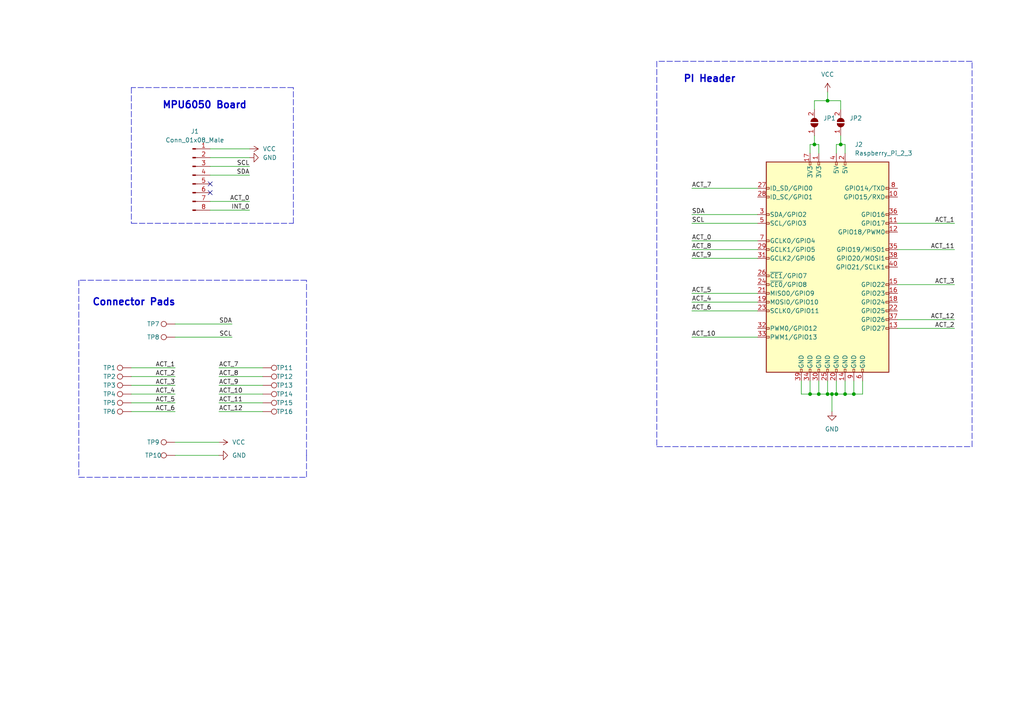
<source format=kicad_sch>
(kicad_sch (version 20211123) (generator eeschema)
  (paper "A4")
  (lib_symbols
    (symbol "Connector:Conn_01x08_Male" (pin_names (offset 1.016) hide)
      (property "Reference" "J" (at 0 10.16 0))
      (property "Value" "Conn_01x08_Male" (at 0 -12.7 0))
      (symbol "Conn_01x08_Male_1_1"
        (polyline (pts (xy 1.27 -10.16) (xy 0.8636 -10.16)) (stroke (width 0.1524)))
        (polyline (pts (xy 1.27 -7.62) (xy 0.8636 -7.62)) (stroke (width 0.1524)))
        (polyline (pts (xy 1.27 -5.08) (xy 0.8636 -5.08)) (stroke (width 0.1524)))
        (polyline (pts (xy 1.27 -2.54) (xy 0.8636 -2.54)) (stroke (width 0.1524)))
        (polyline (pts (xy 1.27 0) (xy 0.8636 0)) (stroke (width 0.1524)))
        (polyline (pts (xy 1.27 2.54) (xy 0.8636 2.54)) (stroke (width 0.1524)))
        (polyline (pts (xy 1.27 5.08) (xy 0.8636 5.08)) (stroke (width 0.1524)))
        (polyline (pts (xy 1.27 7.62) (xy 0.8636 7.62)) (stroke (width 0.1524)))
        (rectangle (start 0.8636 -10.033) (end 0 -10.287) (stroke (width 0.1524)) (fill (type outline)))
        (rectangle (start 0.8636 -7.493) (end 0 -7.747) (stroke (width 0.1524)) (fill (type outline)))
        (rectangle (start 0.8636 -4.953) (end 0 -5.207) (stroke (width 0.1524)) (fill (type outline)))
        (rectangle (start 0.8636 -2.413) (end 0 -2.667) (stroke (width 0.1524)) (fill (type outline)))
        (rectangle (start 0.8636 0.127) (end 0 -0.127) (stroke (width 0.1524)) (fill (type outline)))
        (rectangle (start 0.8636 2.667) (end 0 2.413) (stroke (width 0.1524)) (fill (type outline)))
        (rectangle (start 0.8636 5.207) (end 0 4.953) (stroke (width 0.1524)) (fill (type outline)))
        (rectangle (start 0.8636 7.747) (end 0 7.493) (stroke (width 0.1524)) (fill (type outline)))
        (pin passive line (at 5.08 7.62 180) (length 3.81) (name "Pin_1") (number "1"))
        (pin passive line (at 5.08 5.08 180) (length 3.81) (name "Pin_2") (number "2"))
        (pin passive line (at 5.08 2.54 180) (length 3.81) (name "Pin_3") (number "3"))
        (pin passive line (at 5.08 0 180) (length 3.81) (name "Pin_4") (number "4"))
        (pin passive line (at 5.08 -2.54 180) (length 3.81) (name "Pin_5") (number "5"))
        (pin passive line (at 5.08 -5.08 180) (length 3.81) (name "Pin_6") (number "6"))
        (pin passive line (at 5.08 -7.62 180) (length 3.81) (name "Pin_7") (number "7"))
        (pin passive line (at 5.08 -10.16 180) (length 3.81) (name "Pin_8") (number "8"))
      )
    )
    (symbol "Connector:Raspberry_Pi_2_3" (pin_names (offset 1.016))
      (property "Reference" "J" (at -17.78 31.75 0))
      (property "Value" "Raspberry_Pi_2_3" (at 10.16 -31.75 0))
      (symbol "Raspberry_Pi_2_3_0_1"
        (rectangle (start -17.78 30.48) (end 17.78 -30.48) (stroke (width 0.254)) (fill (type background)))
      )
      (symbol "Raspberry_Pi_2_3_1_1"
        (rectangle (start -16.891 -17.526) (end -17.78 -18.034))
        (rectangle (start -16.891 -14.986) (end -17.78 -15.494))
        (rectangle (start -16.891 -12.446) (end -17.78 -12.954))
        (rectangle (start -16.891 -9.906) (end -17.78 -10.414))
        (rectangle (start -16.891 -7.366) (end -17.78 -7.874))
        (rectangle (start -16.891 -4.826) (end -17.78 -5.334))
        (rectangle (start -16.891 0.254) (end -17.78 -0.254))
        (rectangle (start -16.891 2.794) (end -17.78 2.286))
        (rectangle (start -16.891 5.334) (end -17.78 4.826))
        (rectangle (start -16.891 10.414) (end -17.78 9.906))
        (rectangle (start -16.891 12.954) (end -17.78 12.446))
        (rectangle (start -16.891 15.494) (end -17.78 14.986))
        (rectangle (start -16.891 20.574) (end -17.78 20.066))
        (rectangle (start -16.891 23.114) (end -17.78 22.606))
        (rectangle (start -10.414 -29.591) (end -9.906 -30.48))
        (rectangle (start -7.874 -29.591) (end -7.366 -30.48))
        (rectangle (start -5.334 -29.591) (end -4.826 -30.48))
        (rectangle (start -5.334 30.48) (end -4.826 29.591))
        (rectangle (start -2.794 -29.591) (end -2.286 -30.48))
        (rectangle (start -2.794 30.48) (end -2.286 29.591))
        (rectangle (start -0.254 -29.591) (end 0.254 -30.48))
        (rectangle (start 2.286 -29.591) (end 2.794 -30.48))
        (rectangle (start 2.286 30.48) (end 2.794 29.591))
        (rectangle (start 4.826 -29.591) (end 5.334 -30.48))
        (rectangle (start 4.826 30.48) (end 5.334 29.591))
        (rectangle (start 7.366 -29.591) (end 7.874 -30.48))
        (rectangle (start 17.78 -20.066) (end 16.891 -20.574))
        (rectangle (start 17.78 -17.526) (end 16.891 -18.034))
        (rectangle (start 17.78 -12.446) (end 16.891 -12.954))
        (rectangle (start 17.78 -9.906) (end 16.891 -10.414))
        (rectangle (start 17.78 -7.366) (end 16.891 -7.874))
        (rectangle (start 17.78 -4.826) (end 16.891 -5.334))
        (rectangle (start 17.78 -2.286) (end 16.891 -2.794))
        (rectangle (start 17.78 2.794) (end 16.891 2.286))
        (rectangle (start 17.78 5.334) (end 16.891 4.826))
        (rectangle (start 17.78 7.874) (end 16.891 7.366))
        (rectangle (start 17.78 12.954) (end 16.891 12.446))
        (rectangle (start 17.78 15.494) (end 16.891 14.986))
        (rectangle (start 17.78 20.574) (end 16.891 20.066))
        (rectangle (start 17.78 23.114) (end 16.891 22.606))
        (pin power_in line (at 2.54 33.02 270) (length 2.54) (name "3V3") (number "1"))
        (pin bidirectional line (at -20.32 20.32 0) (length 2.54) (name "GPIO15/RXD") (number "10"))
        (pin bidirectional line (at -20.32 12.7 0) (length 2.54) (name "GPIO17") (number "11"))
        (pin bidirectional line (at -20.32 10.16 0) (length 2.54) (name "GPIO18/PWM0") (number "12"))
        (pin bidirectional line (at -20.32 -17.78 0) (length 2.54) (name "GPIO27") (number "13"))
        (pin power_in line (at -5.08 -33.02 90) (length 2.54) (name "GND") (number "14"))
        (pin bidirectional line (at -20.32 -5.08 0) (length 2.54) (name "GPIO22") (number "15"))
        (pin bidirectional line (at -20.32 -7.62 0) (length 2.54) (name "GPIO23") (number "16"))
        (pin power_in line (at 5.08 33.02 270) (length 2.54) (name "3V3") (number "17"))
        (pin bidirectional line (at -20.32 -10.16 0) (length 2.54) (name "GPIO24") (number "18"))
        (pin bidirectional line (at 20.32 -10.16 180) (length 2.54) (name "MOSI0/GPIO10") (number "19"))
        (pin power_in line (at -5.08 33.02 270) (length 2.54) (name "5V") (number "2"))
        (pin power_in line (at -2.54 -33.02 90) (length 2.54) (name "GND") (number "20"))
        (pin bidirectional line (at 20.32 -7.62 180) (length 2.54) (name "MISO0/GPIO9") (number "21"))
        (pin bidirectional line (at -20.32 -12.7 0) (length 2.54) (name "GPIO25") (number "22"))
        (pin bidirectional line (at 20.32 -12.7 180) (length 2.54) (name "SCLK0/GPIO11") (number "23"))
        (pin bidirectional line (at 20.32 -5.08 180) (length 2.54) (name "~{CE0}/GPIO8") (number "24"))
        (pin power_in line (at 0 -33.02 90) (length 2.54) (name "GND") (number "25"))
        (pin bidirectional line (at 20.32 -2.54 180) (length 2.54) (name "~{CE1}/GPIO7") (number "26"))
        (pin bidirectional line (at 20.32 22.86 180) (length 2.54) (name "ID_SD/GPIO0") (number "27"))
        (pin bidirectional line (at 20.32 20.32 180) (length 2.54) (name "ID_SC/GPIO1") (number "28"))
        (pin bidirectional line (at 20.32 5.08 180) (length 2.54) (name "GCLK1/GPIO5") (number "29"))
        (pin bidirectional line (at 20.32 15.24 180) (length 2.54) (name "SDA/GPIO2") (number "3"))
        (pin power_in line (at 2.54 -33.02 90) (length 2.54) (name "GND") (number "30"))
        (pin bidirectional line (at 20.32 2.54 180) (length 2.54) (name "GCLK2/GPIO6") (number "31"))
        (pin bidirectional line (at 20.32 -17.78 180) (length 2.54) (name "PWM0/GPIO12") (number "32"))
        (pin bidirectional line (at 20.32 -20.32 180) (length 2.54) (name "PWM1/GPIO13") (number "33"))
        (pin power_in line (at 5.08 -33.02 90) (length 2.54) (name "GND") (number "34"))
        (pin bidirectional line (at -20.32 5.08 0) (length 2.54) (name "GPIO19/MISO1") (number "35"))
        (pin bidirectional line (at -20.32 15.24 0) (length 2.54) (name "GPIO16") (number "36"))
        (pin bidirectional line (at -20.32 -15.24 0) (length 2.54) (name "GPIO26") (number "37"))
        (pin bidirectional line (at -20.32 2.54 0) (length 2.54) (name "GPIO20/MOSI1") (number "38"))
        (pin power_in line (at 7.62 -33.02 90) (length 2.54) (name "GND") (number "39"))
        (pin power_in line (at -2.54 33.02 270) (length 2.54) (name "5V") (number "4"))
        (pin bidirectional line (at -20.32 0 0) (length 2.54) (name "GPIO21/SCLK1") (number "40"))
        (pin bidirectional line (at 20.32 12.7 180) (length 2.54) (name "SCL/GPIO3") (number "5"))
        (pin power_in line (at -10.16 -33.02 90) (length 2.54) (name "GND") (number "6"))
        (pin bidirectional line (at 20.32 7.62 180) (length 2.54) (name "GCLK0/GPIO4") (number "7"))
        (pin bidirectional line (at -20.32 22.86 0) (length 2.54) (name "GPIO14/TXD") (number "8"))
        (pin power_in line (at -7.62 -33.02 90) (length 2.54) (name "GND") (number "9"))
      )
    )
    (symbol "Connector:TestPoint" (pin_numbers hide) (pin_names (offset 0.762) hide)
      (property "Reference" "TP" (at 0 6.858 0))
      (property "Value" "TestPoint" (at 0 5.08 0))
      (symbol "TestPoint_0_1"
        (circle (center 0 3.302) (radius 0.762))
      )
      (symbol "TestPoint_1_1"
        (pin passive line (at 0 0 90) (length 2.54) (name "1") (number "1"))
      )
    )
    (symbol "Jumper:SolderJumper_2_Open" (pin_names (offset 0) hide)
      (property "Reference" "JP" (at 0 2.032 0))
      (property "Value" "SolderJumper_2_Open" (at 0 -2.54 0))
      (symbol "SolderJumper_2_Open_0_1"
        (arc (start -0.254 1.016) (mid -1.27 0) (end -0.254 -1.016))
        (arc (start -0.254 1.016) (mid -1.27 0) (end -0.254 -1.016) (fill (type outline)))
        (polyline (pts (xy -0.254 1.016) (xy -0.254 -1.016)))
        (polyline (pts (xy 0.254 1.016) (xy 0.254 -1.016)))
        (arc (start 0.254 -1.016) (mid 1.27 0) (end 0.254 1.016))
        (arc (start 0.254 -1.016) (mid 1.27 0) (end 0.254 1.016) (fill (type outline)))
      )
      (symbol "SolderJumper_2_Open_1_1"
        (pin passive line (at -3.81 0 0) (length 2.54) (name "A") (number "1"))
        (pin passive line (at 3.81 0 180) (length 2.54) (name "B") (number "2"))
      )
    )
    (symbol "power:GND" (power) (pin_names (offset 0))
      (property "Value" "GND" (at 0 -3.81 0))
      (symbol "GND_0_1"
        (polyline (pts (xy 0 0) (xy 0 -1.27) (xy 1.27 -1.27) (xy 0 -2.54) (xy -1.27 -1.27) (xy 0 -1.27)))
      )
      (symbol "GND_1_1"
        (pin power_in line (at 0 0 270) (length 0) hide (name "GND") (number "1"))
      )
    )
    (symbol "power:VCC" (power) (pin_names (offset 0))
      (property "Value" "VCC" (at 0 3.81 0))
      (symbol "VCC_0_1"
        (polyline (pts (xy -0.762 1.27) (xy 0 2.54)))
        (polyline (pts (xy 0 0) (xy 0 2.54)))
        (polyline (pts (xy 0 2.54) (xy 0.762 1.27)))
      )
      (symbol "VCC_1_1"
        (pin power_in line (at 0 0 90) (length 0) hide (name "VCC") (number "1"))
      )
    )
  )
  (junction (at 237.49 114.3))
  (junction (at 241.3 114.3))
  (junction (at 245.11 114.3))
  (junction (at 247.65 114.3))
  (junction (at 243.84 41.91))
  (junction (at 236.22 41.91))
  (junction (at 242.57 114.3))
  (junction (at 240.03 29.21))
  (junction (at 240.03 114.3))
  (junction (at 234.95 114.3))
  (no_connect (at 60.96 53.34))
  (no_connect (at 60.96 55.88))
  (wire (pts (xy 38.1 106.68) (xy 50.8 106.68)))
  (wire (pts (xy 63.5 109.22) (xy 76.2 109.22)))
  (wire (pts (xy 234.95 110.49) (xy 234.95 114.3)))
  (wire (pts (xy 236.22 41.91) (xy 234.95 41.91)))
  (polyline (pts (xy 85.09 64.77) (xy 85.09 25.4)))
  (wire (pts (xy 237.49 41.91) (xy 236.22 41.91)))
  (wire (pts (xy 243.84 31.75) (xy 243.84 29.21)))
  (polyline (pts (xy 22.86 81.28) (xy 22.86 138.43)))
  (wire (pts (xy 243.84 29.21) (xy 240.03 29.21)))
  (wire (pts (xy 60.96 50.8) (xy 72.39 50.8)))
  (wire (pts (xy 232.41 114.3) (xy 234.95 114.3)))
  (wire (pts (xy 237.49 44.45) (xy 237.49 41.91)))
  (wire (pts (xy 38.1 119.38) (xy 50.8 119.38)))
  (wire (pts (xy 60.96 45.72) (xy 72.39 45.72)))
  (wire (pts (xy 241.3 114.3) (xy 242.57 114.3)))
  (polyline (pts (xy 281.94 17.78) (xy 190.5 17.78)))
  (wire (pts (xy 234.95 41.91) (xy 234.95 44.45)))
  (wire (pts (xy 200.66 90.17) (xy 219.71 90.17)))
  (polyline (pts (xy 88.9 81.28) (xy 22.86 81.28)))
  (wire (pts (xy 63.5 106.68) (xy 76.2 106.68)))
  (wire (pts (xy 242.57 110.49) (xy 242.57 114.3)))
  (wire (pts (xy 260.35 95.25) (xy 276.86 95.25)))
  (polyline (pts (xy 88.9 132.08) (xy 88.9 138.43)))
  (wire (pts (xy 63.5 119.38) (xy 76.2 119.38)))
  (wire (pts (xy 60.96 60.96) (xy 72.39 60.96)))
  (wire (pts (xy 242.57 114.3) (xy 245.11 114.3)))
  (wire (pts (xy 200.66 74.93) (xy 219.71 74.93)))
  (wire (pts (xy 200.66 62.23) (xy 219.71 62.23)))
  (wire (pts (xy 250.19 110.49) (xy 250.19 114.3)))
  (wire (pts (xy 245.11 110.49) (xy 245.11 114.3)))
  (wire (pts (xy 50.8 128.27) (xy 63.5 128.27)))
  (wire (pts (xy 241.3 114.3) (xy 241.3 119.38)))
  (wire (pts (xy 200.66 69.85) (xy 219.71 69.85)))
  (polyline (pts (xy 85.09 25.4) (xy 38.1 25.4)))
  (wire (pts (xy 236.22 39.37) (xy 236.22 41.91)))
  (wire (pts (xy 63.5 111.76) (xy 76.2 111.76)))
  (wire (pts (xy 60.96 48.26) (xy 72.39 48.26)))
  (wire (pts (xy 245.11 41.91) (xy 243.84 41.91)))
  (polyline (pts (xy 190.5 129.54) (xy 281.94 129.54)))
  (wire (pts (xy 60.96 58.42) (xy 72.39 58.42)))
  (wire (pts (xy 38.1 111.76) (xy 50.8 111.76)))
  (wire (pts (xy 260.35 72.39) (xy 276.86 72.39)))
  (polyline (pts (xy 38.1 64.77) (xy 85.09 64.77)))
  (wire (pts (xy 63.5 116.84) (xy 76.2 116.84)))
  (wire (pts (xy 234.95 114.3) (xy 237.49 114.3)))
  (wire (pts (xy 237.49 114.3) (xy 240.03 114.3)))
  (wire (pts (xy 38.1 109.22) (xy 50.8 109.22)))
  (wire (pts (xy 200.66 72.39) (xy 219.71 72.39)))
  (wire (pts (xy 236.22 29.21) (xy 236.22 31.75)))
  (wire (pts (xy 60.96 43.18) (xy 72.39 43.18)))
  (wire (pts (xy 232.41 110.49) (xy 232.41 114.3)))
  (polyline (pts (xy 22.86 138.43) (xy 88.9 138.43)))
  (wire (pts (xy 50.8 97.79) (xy 67.31 97.79)))
  (wire (pts (xy 260.35 82.55) (xy 276.86 82.55)))
  (wire (pts (xy 50.8 132.08) (xy 63.5 132.08)))
  (wire (pts (xy 245.11 44.45) (xy 245.11 41.91)))
  (wire (pts (xy 200.66 64.77) (xy 219.71 64.77)))
  (wire (pts (xy 240.03 26.67) (xy 240.03 29.21)))
  (wire (pts (xy 260.35 92.71) (xy 276.86 92.71)))
  (wire (pts (xy 240.03 110.49) (xy 240.03 114.3)))
  (wire (pts (xy 200.66 97.79) (xy 219.71 97.79)))
  (wire (pts (xy 200.66 85.09) (xy 219.71 85.09)))
  (wire (pts (xy 63.5 114.3) (xy 76.2 114.3)))
  (wire (pts (xy 50.8 93.98) (xy 67.31 93.98)))
  (wire (pts (xy 247.65 114.3) (xy 250.19 114.3)))
  (wire (pts (xy 247.65 110.49) (xy 247.65 114.3)))
  (wire (pts (xy 245.11 114.3) (xy 247.65 114.3)))
  (wire (pts (xy 200.66 54.61) (xy 219.71 54.61)))
  (polyline (pts (xy 190.5 17.78) (xy 190.5 129.54)))
  (wire (pts (xy 243.84 41.91) (xy 242.57 41.91)))
  (polyline (pts (xy 88.9 132.08) (xy 88.9 81.28)))
  (wire (pts (xy 38.1 116.84) (xy 50.8 116.84)))
  (wire (pts (xy 240.03 114.3) (xy 241.3 114.3)))
  (wire (pts (xy 242.57 41.91) (xy 242.57 44.45)))
  (polyline (pts (xy 38.1 25.4) (xy 38.1 64.77)))
  (wire (pts (xy 243.84 39.37) (xy 243.84 41.91)))
  (wire (pts (xy 240.03 29.21) (xy 236.22 29.21)))
  (wire (pts (xy 200.66 87.63) (xy 219.71 87.63)))
  (wire (pts (xy 237.49 110.49) (xy 237.49 114.3)))
  (wire (pts (xy 260.35 64.77) (xy 276.86 64.77)))
  (wire (pts (xy 38.1 114.3) (xy 50.8 114.3)))
  (polyline (pts (xy 281.94 129.54) (xy 281.94 17.78)))
  (text "MPU6050 Board" (at 46.99 31.75 0) (effects (font (size 2 2) (thickness 0.4) bold) (justify left bottom)))
  (text "Connector Pads" (at 26.67 88.9 0) (effects (font (size 2 2) (thickness 0.4) bold) (justify left bottom)))
  (text "PI Header" (at 198.12 24.13 0) (effects (font (size 2 2) (thickness 0.4) bold) (justify left bottom)))
  (label "ACT_12" (at 63.5 119.38 0))
  (label "ACT_7" (at 200.66 54.61 0))
  (label "ACT_6" (at 200.66 90.17 0))
  (label "SDA" (at 200.66 62.23 0))
  (label "ACT_9" (at 63.5 111.76 0))
  (label "ACT_6" (at 50.8 119.38 180))
  (label "ACT_2" (at 276.86 95.25 180))
  (label "ACT_5" (at 50.8 116.84 180))
  (label "ACT_8" (at 200.66 72.39 0))
  (label "ACT_4" (at 200.66 87.63 0))
  (label "ACT_3" (at 276.86 82.55 180))
  (label "ACT_1" (at 50.8 106.68 180))
  (label "ACT_7" (at 63.5 106.68 0))
  (label "ACT_9" (at 200.66 74.93 0))
  (label "ACT_8" (at 63.5 109.22 0))
  (label "SCL" (at 200.66 64.77 0))
  (label "ACT_5" (at 200.66 85.09 0))
  (label "ACT_3" (at 50.8 111.76 180))
  (label "ACT_11" (at 63.5 116.84 0))
  (label "ACT_10" (at 200.66 97.79 0))
  (label "ACT_10" (at 63.5 114.3 0))
  (label "ACT_1" (at 276.86 64.77 180))
  (label "SCL" (at 67.31 97.79 180))
  (label "ACT_11" (at 276.86 72.39 180))
  (label "ACT_12" (at 276.86 92.71 180))
  (label "SDA" (at 67.31 93.98 180))
  (label "ACT_0" (at 200.66 69.85 0))
  (label "ACT_0" (at 72.39 58.42 180))
  (label "SCL" (at 72.39 48.26 180))
  (label "ACT_4" (at 50.8 114.3 180))
  (label "INT_0" (at 72.39 60.96 180))
  (label "ACT_2" (at 50.8 109.22 180))
  (label "SDA" (at 72.39 50.8 180))
  (symbol (lib_id "Jumper:SolderJumper_2_Open") (at 243.84 35.56 90) (unit 1)
    (property "Reference" "JP2" (at 246.38 34.2899 90) (effects (justify right)))
    (property "Value" "SolderJumper_2_Open" (effects hide))
    (property "Footprint" "Jumper:SolderJumper-2_P1.3mm_Open_TrianglePad1.0x1.5mm" (effects hide))
  )
  (symbol (lib_id "Connector:TestPoint") (at 38.1 119.38 90) (unit 1)
    (property "Reference" "TP6" (at 31.75 119.38 90))
    (property "Value" "TestPoint" (effects hide))
    (property "Footprint" "Connector_Wire:SolderWirePad_1x01_SMD_1x2mm" (effects hide))
  )
  (symbol (lib_id "power:GND") (at 63.5 132.08 90) (unit 1)
    (property "Reference" "#PWR02" (effects hide))
    (property "Value" "GND" (at 67.31 132.0799 90) (effects (justify right)))
  )
  (symbol (lib_id "Connector:TestPoint") (at 76.2 111.76 270) (mirror x) (unit 1)
    (property "Reference" "TP13" (at 82.55 111.76 90))
    (property "Value" "TestPoint" (effects hide))
    (property "Footprint" "Connector_Wire:SolderWirePad_1x01_SMD_1x2mm" (effects hide))
  )
  (symbol (lib_id "Connector:Conn_01x08_Male") (at 55.88 50.8 0) (unit 1)
    (property "Reference" "J1" (at 56.515 38.1 0))
    (property "Value" "Conn_01x08_Male" (at 56.515 40.64 0))
    (property "Footprint" "Connector_PinSocket_2.54mm:PinSocket_1x08_P2.54mm_Vertical" (effects hide))
  )
  (symbol (lib_id "Connector:TestPoint") (at 38.1 111.76 90) (unit 1)
    (property "Reference" "TP3" (at 31.75 111.76 90))
    (property "Value" "TestPoint" (effects hide))
    (property "Footprint" "Connector_Wire:SolderWirePad_1x01_SMD_1x2mm" (effects hide))
  )
  (symbol (lib_id "Jumper:SolderJumper_2_Open") (at 236.22 35.56 90) (unit 1)
    (property "Reference" "JP1" (at 238.76 34.2899 90) (effects (justify right)))
    (property "Value" "SolderJumper_2_Open" (effects hide))
    (property "Footprint" "Jumper:SolderJumper-2_P1.3mm_Open_TrianglePad1.0x1.5mm" (effects hide))
  )
  (symbol (lib_id "Connector:TestPoint") (at 38.1 114.3 90) (unit 1)
    (property "Reference" "TP4" (at 31.75 114.3 90))
    (property "Value" "TestPoint" (effects hide))
    (property "Footprint" "Connector_Wire:SolderWirePad_1x01_SMD_1x2mm" (effects hide))
  )
  (symbol (lib_id "Connector:TestPoint") (at 38.1 116.84 90) (unit 1)
    (property "Reference" "TP5" (at 31.75 116.84 90))
    (property "Value" "TestPoint" (effects hide))
    (property "Footprint" "Connector_Wire:SolderWirePad_1x01_SMD_1x2mm" (effects hide))
  )
  (symbol (lib_id "Connector:TestPoint") (at 76.2 106.68 270) (mirror x) (unit 1)
    (property "Reference" "TP11" (at 82.55 106.68 90))
    (property "Value" "TestPoint" (effects hide))
    (property "Footprint" "Connector_Wire:SolderWirePad_1x01_SMD_1x2mm" (effects hide))
  )
  (symbol (lib_id "Connector:TestPoint") (at 50.8 97.79 90) (unit 1)
    (property "Reference" "TP8" (at 44.45 97.79 90))
    (property "Value" "TestPoint" (effects hide))
    (property "Footprint" "Connector_Wire:SolderWirePad_1x01_SMD_1x2mm" (effects hide))
  )
  (symbol (lib_id "power:GND") (at 72.39 45.72 90) (unit 1)
    (property "Reference" "#PWR04" (effects hide))
    (property "Value" "GND" (at 76.2 45.7199 90) (effects (justify right)))
  )
  (symbol (lib_id "Connector:TestPoint") (at 50.8 132.08 90) (unit 1)
    (property "Reference" "TP10" (at 44.45 132.08 90))
    (property "Value" "TestPoint" (effects hide))
    (property "Footprint" "Connector_Wire:SolderWirePad_1x01_SMD_1x2mm" (effects hide))
  )
  (symbol (lib_id "Connector:TestPoint") (at 76.2 119.38 270) (mirror x) (unit 1)
    (property "Reference" "TP16" (at 82.55 119.38 90))
    (property "Value" "TestPoint" (effects hide))
    (property "Footprint" "Connector_Wire:SolderWirePad_1x01_SMD_1x2mm" (effects hide))
  )
  (symbol (lib_id "Connector:TestPoint") (at 50.8 93.98 90) (unit 1)
    (property "Reference" "TP7" (at 44.45 93.98 90))
    (property "Value" "TestPoint" (effects hide))
    (property "Footprint" "Connector_Wire:SolderWirePad_1x01_SMD_1x2mm" (effects hide))
  )
  (symbol (lib_id "Connector:TestPoint") (at 76.2 109.22 270) (mirror x) (unit 1)
    (property "Reference" "TP12" (at 82.55 109.22 90))
    (property "Value" "TestPoint" (effects hide))
    (property "Footprint" "Connector_Wire:SolderWirePad_1x01_SMD_1x2mm" (effects hide))
  )
  (symbol (lib_id "Connector:TestPoint") (at 38.1 109.22 90) (unit 1)
    (property "Reference" "TP2" (at 31.75 109.22 90))
    (property "Value" "TestPoint" (effects hide))
    (property "Footprint" "Connector_Wire:SolderWirePad_1x01_SMD_1x2mm" (effects hide))
  )
  (symbol (lib_id "Connector:TestPoint") (at 76.2 114.3 270) (mirror x) (unit 1)
    (property "Reference" "TP14" (at 82.55 114.3 90))
    (property "Value" "TestPoint" (effects hide))
    (property "Footprint" "Connector_Wire:SolderWirePad_1x01_SMD_1x2mm" (effects hide))
  )
  (symbol (lib_id "Connector:TestPoint") (at 76.2 116.84 270) (mirror x) (unit 1)
    (property "Reference" "TP15" (at 82.55 116.84 90))
    (property "Value" "TestPoint" (effects hide))
    (property "Footprint" "Connector_Wire:SolderWirePad_1x01_SMD_1x2mm" (effects hide))
  )
  (symbol (lib_id "power:VCC") (at 240.03 26.67 0) (unit 1)
    (property "Reference" "#PWR05" (effects hide))
    (property "Value" "VCC" (at 240.03 21.59 0))
  )
  (symbol (lib_id "Connector:TestPoint") (at 50.8 128.27 90) (unit 1)
    (property "Reference" "TP9" (at 44.45 128.27 90))
    (property "Value" "TestPoint" (effects hide))
    (property "Footprint" "Connector_Wire:SolderWirePad_1x01_SMD_1x2mm" (effects hide))
  )
  (symbol (lib_id "power:VCC") (at 63.5 128.27 270) (unit 1)
    (property "Reference" "#PWR01" (effects hide))
    (property "Value" "VCC" (at 67.31 128.2699 90) (effects (justify left)))
  )
  (symbol (lib_id "power:VCC") (at 72.39 43.18 270) (unit 1)
    (property "Reference" "#PWR03" (effects hide))
    (property "Value" "VCC" (at 76.2 43.1799 90) (effects (justify left)))
  )
  (symbol (lib_id "Connector:Raspberry_Pi_2_3") (at 240.03 77.47 0) (mirror y) (unit 1)
    (property "Reference" "J2" (at 247.8787 41.91 0) (effects (justify right)))
    (property "Value" "Raspberry_Pi_2_3" (at 247.8787 44.45 0) (effects (justify right)))
    (property "Footprint" "Module:Raspberry_Pi_Zero_Socketed_THT_FaceDown_MountingHoles" (effects hide))
    (property "Datasheet" "https://www.raspberrypi.org/documentation/hardware/raspberrypi/schematics/rpi_SCH_3bplus_1p0_reduced.pdf" (effects hide))
  )
  (symbol (lib_id "Connector:TestPoint") (at 38.1 106.68 90) (unit 1)
    (property "Reference" "TP1" (at 31.75 106.68 90))
    (property "Value" "TestPoint" (effects hide))
    (property "Footprint" "Connector_Wire:SolderWirePad_1x01_SMD_1x2mm" (effects hide))
  )
  (symbol (lib_id "power:GND") (at 241.3 119.38 0) (unit 1)
    (property "Reference" "#PWR06" (effects hide))
    (property "Value" "GND" (at 241.3 124.46 0))
  )
)
</source>
